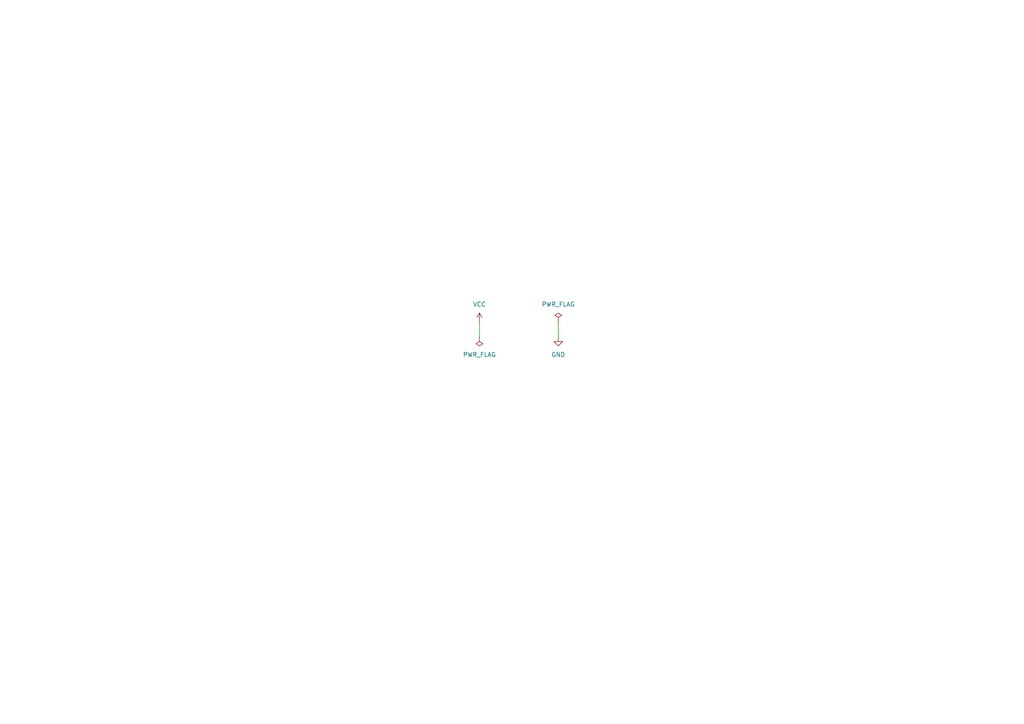
<source format=kicad_sch>
(kicad_sch (version 20211123) (generator eeschema)
  (paper "A4")
  (title_block (title "Fiðrildi Top Plate") (rev "0.1"))
  (lib_symbols
    (symbol "power:GND" (power) (pin_names (offset 0))
      (property "Value" "GND" (at 0 -3.81 0))
      (symbol "GND_0_1"
        (polyline (pts (xy 0 0) (xy 0 -1.27) (xy 1.27 -1.27) (xy 0 -2.54) (xy -1.27 -1.27) (xy 0 -1.27)))
      )
      (symbol "GND_1_1"
        (pin power_in line (at 0 0 270) (length 0) hide (name "GND") (number "1"))
      )
    )
    (symbol "power:PWR_FLAG" (power) (pin_numbers hide) (pin_names (offset 0) hide)
      (property "Value" "PWR_FLAG" (at 0 3.81 0))
      (symbol "PWR_FLAG_0_0"
        (pin power_out line (at 0 0 90) (length 0) (name "pwr") (number "1"))
      )
      (symbol "PWR_FLAG_0_1"
        (polyline (pts (xy 0 0) (xy 0 1.27) (xy -1.016 1.905) (xy 0 2.54) (xy 1.016 1.905) (xy 0 1.27)))
      )
    )
    (symbol "power:VCC" (power) (pin_names (offset 0))
      (property "Value" "VCC" (at 0 3.81 0))
      (symbol "VCC_0_1"
        (polyline (pts (xy -0.762 1.27) (xy 0 2.54)))
        (polyline (pts (xy 0 0) (xy 0 2.54)))
        (polyline (pts (xy 0 2.54) (xy 0.762 1.27)))
      )
      (symbol "VCC_1_1"
        (pin power_in line (at 0 0 90) (length 0) hide (name "VCC") (number "1"))
      )
    )
  )
  (wire (pts (xy 161.925 93.345) (xy 161.925 97.79)))
  (wire (pts (xy 139.065 93.345) (xy 139.065 97.79)))
  (symbol (lib_id "power:PWR_FLAG") (at 139.065 97.79 180) (unit 1)
    (property "Reference" "#FLG?" (effects hide))
    (property "Value" "PWR_FLAG" (at 139.065 102.87 0))
  )
  (symbol (lib_id "power:PWR_FLAG") (at 161.925 93.345 0) (unit 1)
    (property "Reference" "#FLG?" (effects hide))
    (property "Value" "PWR_FLAG" (at 161.925 88.265 0))
  )
  (symbol (lib_id "power:GND") (at 161.925 97.79 0) (unit 1)
    (property "Reference" "#PWR?" (effects hide))
    (property "Value" "GND" (at 161.925 102.87 0))
  )
  (symbol (lib_id "power:VCC") (at 139.065 93.345 0) (unit 1)
    (property "Reference" "#PWR?" (effects hide))
    (property "Value" "VCC" (at 139.065 88.265 0))
  )
)
</source>
